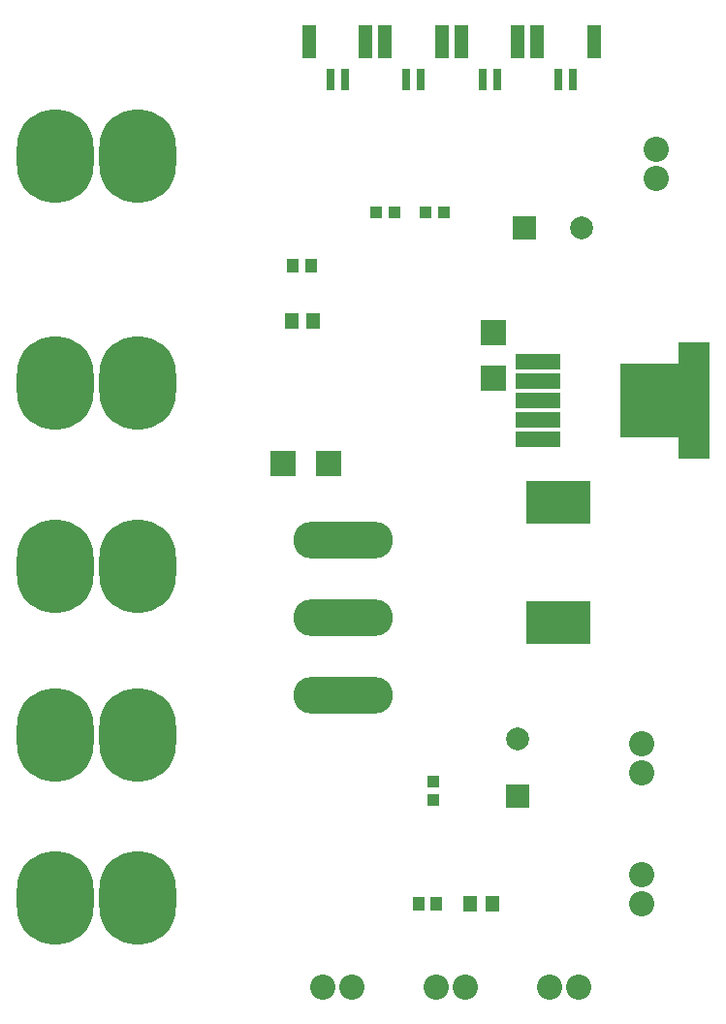
<source format=gts>
G04 Layer_Color=8388736*
%FSLAX25Y25*%
%MOIN*%
G70*
G01*
G75*
%ADD43R,0.04737X0.11824*%
%ADD44R,0.03162X0.07493*%
%ADD45R,0.15761X0.05524*%
%ADD46R,0.10642X0.40170*%
%ADD47R,0.29146X0.25210*%
%ADD48R,0.22060X0.14579*%
%ADD49R,0.08674X0.08674*%
%ADD50R,0.03950X0.03950*%
%ADD51R,0.08674X0.08674*%
%ADD52R,0.03950X0.03950*%
%ADD53R,0.05131X0.05524*%
%ADD54R,0.04461X0.04658*%
%ADD55O,0.34265X0.12611*%
%ADD56C,0.06312*%
%ADD57C,0.05524*%
%ADD58C,0.04343*%
%ADD59O,0.26391X0.32296*%
%ADD60R,0.07887X0.07887*%
%ADD61C,0.07887*%
%ADD62R,0.07887X0.07887*%
%ADD63C,0.08674*%
D43*
X126259Y359095D02*
D03*
X145747D02*
D03*
X204756D02*
D03*
X224244D02*
D03*
X152425D02*
D03*
X171913D02*
D03*
X178590D02*
D03*
X198079D02*
D03*
D44*
X138464Y345905D02*
D03*
X133543D02*
D03*
X216961D02*
D03*
X212039D02*
D03*
X164629D02*
D03*
X159708D02*
D03*
X190795D02*
D03*
X185874D02*
D03*
D45*
X205000Y222307D02*
D03*
Y249079D02*
D03*
Y242386D02*
D03*
Y229000D02*
D03*
Y235693D02*
D03*
D46*
X258569D02*
D03*
D47*
X247520D02*
D03*
D48*
X212000Y159331D02*
D03*
Y200669D02*
D03*
D49*
X132874Y214000D02*
D03*
X117126D02*
D03*
D50*
X169000Y98350D02*
D03*
Y104650D02*
D03*
D51*
X189500Y258874D02*
D03*
Y243126D02*
D03*
D52*
X172650Y300200D02*
D03*
X166350D02*
D03*
X155650D02*
D03*
X149350D02*
D03*
D53*
X120260Y263000D02*
D03*
X127740D02*
D03*
X189240Y62700D02*
D03*
X181760D02*
D03*
D54*
X126819Y282000D02*
D03*
X120756D02*
D03*
X170031Y62500D02*
D03*
X163969D02*
D03*
D55*
X138000Y134228D02*
D03*
Y161000D02*
D03*
Y187772D02*
D03*
D56*
X39102Y307488D02*
D03*
Y331504D02*
D03*
X67449D02*
D03*
Y307488D02*
D03*
X39102Y166488D02*
D03*
Y190504D02*
D03*
X67449D02*
D03*
Y166488D02*
D03*
X39102Y108756D02*
D03*
Y132772D02*
D03*
X67449D02*
D03*
Y108756D02*
D03*
X39102Y52496D02*
D03*
Y76512D02*
D03*
X67449D02*
D03*
Y52496D02*
D03*
X39102Y229488D02*
D03*
Y253504D02*
D03*
X67449D02*
D03*
Y229488D02*
D03*
D57*
X44614Y309260D02*
D03*
X48551Y313000D02*
D03*
X29653D02*
D03*
X33591Y309260D02*
D03*
X44614Y329732D02*
D03*
X48551Y325992D02*
D03*
X29653D02*
D03*
X33591Y329732D02*
D03*
X61937D02*
D03*
X58000Y325992D02*
D03*
X76898D02*
D03*
X72961Y329732D02*
D03*
X61937Y309260D02*
D03*
X58000Y313000D02*
D03*
X76898D02*
D03*
X72961Y309260D02*
D03*
X44614Y168260D02*
D03*
X48551Y172000D02*
D03*
X29653D02*
D03*
X33591Y168260D02*
D03*
X44614Y188732D02*
D03*
X48551Y184992D02*
D03*
X29653D02*
D03*
X33591Y188732D02*
D03*
X61937D02*
D03*
X58000Y184992D02*
D03*
X76898D02*
D03*
X72961Y188732D02*
D03*
X61937Y168260D02*
D03*
X58000Y172000D02*
D03*
X76898D02*
D03*
X72961Y168260D02*
D03*
X44614Y110528D02*
D03*
X48551Y114268D02*
D03*
X29653D02*
D03*
X33591Y110528D02*
D03*
X44614Y131000D02*
D03*
X48551Y127260D02*
D03*
X29653D02*
D03*
X33591Y131000D02*
D03*
X61937D02*
D03*
X58000Y127260D02*
D03*
X76898D02*
D03*
X72961Y131000D02*
D03*
X61937Y110528D02*
D03*
X58000Y114268D02*
D03*
X76898D02*
D03*
X72961Y110528D02*
D03*
X44614Y54268D02*
D03*
X48551Y58008D02*
D03*
X29653D02*
D03*
X33591Y54268D02*
D03*
X44614Y74740D02*
D03*
X48551Y71000D02*
D03*
X29653D02*
D03*
X33591Y74740D02*
D03*
X61937D02*
D03*
X58000Y71000D02*
D03*
X76898D02*
D03*
X72961Y74740D02*
D03*
X61937Y54268D02*
D03*
X58000Y58008D02*
D03*
X76898D02*
D03*
X72961Y54268D02*
D03*
X44614Y231260D02*
D03*
X48551Y235000D02*
D03*
X29653D02*
D03*
X33591Y231260D02*
D03*
X44614Y251732D02*
D03*
X48551Y247992D02*
D03*
X29653D02*
D03*
X33591Y251732D02*
D03*
X61937D02*
D03*
X58000Y247992D02*
D03*
X76898D02*
D03*
X72961Y251732D02*
D03*
X61937Y231260D02*
D03*
X58000Y235000D02*
D03*
X76898D02*
D03*
X72961Y231260D02*
D03*
D58*
X49929Y319496D02*
D03*
X28276D02*
D03*
X56622D02*
D03*
X78276D02*
D03*
X49929Y178496D02*
D03*
X28276D02*
D03*
X56622D02*
D03*
X78276D02*
D03*
X49929Y120764D02*
D03*
X28276D02*
D03*
X56622D02*
D03*
X78276D02*
D03*
X49929Y64504D02*
D03*
X28276D02*
D03*
X56622D02*
D03*
X78276D02*
D03*
X49929Y241496D02*
D03*
X28276D02*
D03*
X56622D02*
D03*
X78276D02*
D03*
D59*
X67449Y319496D02*
D03*
X39102D02*
D03*
X67449Y178496D02*
D03*
X39102D02*
D03*
X67449Y120764D02*
D03*
X39102D02*
D03*
X67449Y64504D02*
D03*
X39102D02*
D03*
X67449Y241496D02*
D03*
X39102D02*
D03*
D60*
X198000Y99500D02*
D03*
D61*
Y119185D02*
D03*
X220000Y295000D02*
D03*
D62*
X200315D02*
D03*
D63*
X240500Y62500D02*
D03*
Y72500D02*
D03*
Y107500D02*
D03*
Y117500D02*
D03*
X209000Y34000D02*
D03*
X219000D02*
D03*
X170000D02*
D03*
X180000D02*
D03*
X131000D02*
D03*
X141000D02*
D03*
X245500Y322000D02*
D03*
Y312000D02*
D03*
M02*

</source>
